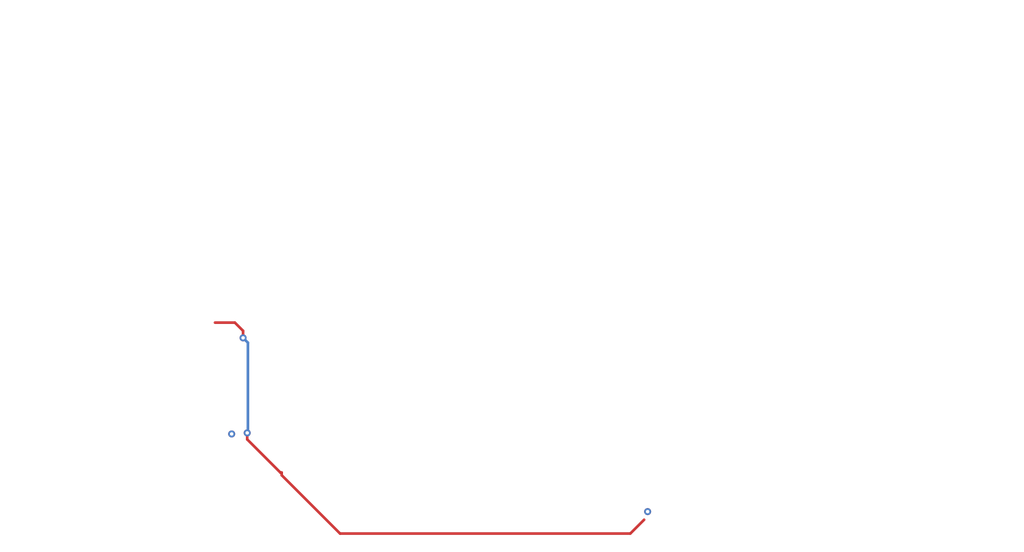
<source format=kicad_pcb>
(kicad_pcb
	(version 20240108)
	(generator "pcbnew")
	(generator_version "8.0")
	(general
		(thickness 1.765)
		(legacy_teardrops no)
	)
	(paper "A4")
	(layers
		(0 "F.Cu" signal)
		(1 "In1.Cu" power)
		(2 "In2.Cu" power)
		(31 "B.Cu" signal)
		(34 "B.Paste" user)
		(35 "F.Paste" user)
		(36 "B.SilkS" user "B.Silkscreen")
		(37 "F.SilkS" user "F.Silkscreen")
		(38 "B.Mask" user)
		(39 "F.Mask" user)
		(41 "Cmts.User" user "User.Comments")
		(44 "Edge.Cuts" user)
		(45 "Margin" user)
		(46 "B.CrtYd" user "B.Courtyard")
		(47 "F.CrtYd" user "F.Courtyard")
	)
	(setup
		(stackup
			(layer "F.SilkS"
				(type "Top Silk Screen")
			)
			(layer "F.Paste"
				(type "Top Solder Paste")
			)
			(layer "F.Mask"
				(type "Top Solder Mask")
				(thickness 0.01)
			)
			(layer "F.Cu"
				(type "copper")
				(thickness 0.035)
			)
			(layer "dielectric 1"
				(type "prepreg")
				(thickness 0.2)
				(material "FR4")
				(epsilon_r 4.5)
				(loss_tangent 0.02)
			)
			(layer "In1.Cu"
				(type "copper")
				(thickness 0.0175)
			)
			(layer "dielectric 2"
				(type "core")
				(thickness 1.24)
				(material "FR4")
				(epsilon_r 4.5)
				(loss_tangent 0.02)
			)
			(layer "In2.Cu"
				(type "copper")
				(thickness 0.0175)
			)
			(layer "dielectric 3"
				(type "prepreg")
				(thickness 0.2)
				(material "FR4")
				(epsilon_r 4.5)
				(loss_tangent 0.02)
			)
			(layer "B.Cu"
				(type "copper")
				(thickness 0.035)
			)
			(layer "B.Mask"
				(type "Bottom Solder Mask")
				(thickness 0.01)
			)
			(layer "B.Paste"
				(type "Bottom Solder Paste")
			)
			(layer "B.SilkS"
				(type "Bottom Silk Screen")
			)
			(copper_finish "None")
			(dielectric_constraints no)
		)
		(pad_to_mask_clearance 0.038)
		(solder_mask_min_width 0.1)
		(allow_soldermask_bridges_in_footprints no)
		(grid_origin 59.2 128.9)
		(pcbplotparams
			(layerselection 0x00010fc_ffffffff)
			(plot_on_all_layers_selection 0x0000000_00000000)
			(disableapertmacros no)
			(usegerberextensions yes)
			(usegerberattributes no)
			(usegerberadvancedattributes no)
			(creategerberjobfile no)
			(dashed_line_dash_ratio 12.000000)
			(dashed_line_gap_ratio 3.000000)
			(svgprecision 4)
			(plotframeref no)
			(viasonmask no)
			(mode 1)
			(useauxorigin no)
			(hpglpennumber 1)
			(hpglpenspeed 20)
			(hpglpendiameter 15.000000)
			(pdf_front_fp_property_popups yes)
			(pdf_back_fp_property_popups yes)
			(dxfpolygonmode yes)
			(dxfimperialunits yes)
			(dxfusepcbnewfont yes)
			(psnegative no)
			(psa4output no)
			(plotreference yes)
			(plotvalue no)
			(plotfptext yes)
			(plotinvisibletext no)
			(sketchpadsonfab no)
			(subtractmaskfromsilk yes)
			(outputformat 1)
			(mirror no)
			(drillshape 0)
			(scaleselection 1)
			(outputdirectory "../jlcpcb/")
		)
	)
	(net 0 "")
	(net 1 "GND")
	(net 2 "PhaseU_DIV")
	(via
		(at 63.8 128.05)
		(size 0.8)
		(drill 0.4)
		(layers "F.Cu" "B.Cu")
		(net 1)
		(uuid "b2c10b26-a36e-4165-942b-bdb84a3fb6e5")
	)
	(via
		(at 111.2 136.9)
		(size 0.8)
		(drill 0.4)
		(layers "F.Cu" "B.Cu")
		(net 1)
		(uuid "e8a2bec9-c3dd-4c1d-8e07-b945f12a499b")
	)
	(segment
		(start 69.35 132.45)
		(end 65.569669 128.669669)
		(width 0.3)
		(layer "F.Cu")
		(net 2)
		(uuid "00830e08-066c-44f9-a041-64f63976af05")
	)
	(segment
		(start 65.1 116.3)
		(end 64.1625 115.3625)
		(width 0.3)
		(layer "F.Cu")
		(net 2)
		(uuid "1480dacd-48ba-4842-9f81-fe3714afb774")
	)
	(segment
		(start 65.569669 128.669669)
		(end 65.569669 127.930331)
		(width 0.3)
		(layer "F.Cu")
		(net 2)
		(uuid "6cb2e892-f2c6-442b-a21d-74ae486cc136")
	)
	(segment
		(start 65.1 117.1)
		(end 65.1 116.3)
		(width 0.3)
		(layer "F.Cu")
		(net 2)
		(uuid "885079aa-5a1d-4781-8f11-fed42b4932eb")
	)
	(segment
		(start 64.1625 115.3625)
		(end 61.9 115.3625)
		(width 0.3)
		(layer "F.Cu")
		(net 2)
		(uuid "93657602-1f6d-4ed7-9da3-34bbe1a58060")
	)
	(segment
		(start 69.5 132.45)
		(end 69.35 132.45)
		(width 0.3)
		(layer "F.Cu")
		(net 2)
		(uuid "c714a6d5-85d6-4af5-8ecc-095578558752")
	)
	(segment
		(start 110.8 137.825)
		(end 109.225 139.4)
		(width 0.3)
		(layer "F.Cu")
		(net 2)
		(uuid "d5cfc129-13f1-472f-9431-4f33c46b9332")
	)
	(segment
		(start 109.225 139.4)
		(end 76.15 139.4)
		(width 0.3)
		(layer "F.Cu")
		(net 2)
		(uuid "df311ef4-5e4f-4262-bbb8-d8fbb72c6d44")
	)
	(segment
		(start 69.5 132.75)
		(end 69.5 132.45)
		(width 0.3)
		(layer "F.Cu")
		(net 2)
		(uuid "e6c99354-6bd9-41eb-9d00-cda18d568fad")
	)
	(segment
		(start 76.15 139.4)
		(end 69.5 132.75)
		(width 0.3)
		(layer "F.Cu")
		(net 2)
		(uuid "fe712344-f3ed-457e-b3c5-1b720aff0cdd")
	)
	(via
		(at 65.1 117.1)
		(size 0.8)
		(drill 0.4)
		(layers "F.Cu" "B.Cu")
		(net 2)
		(uuid "a37515c1-29e5-4406-ba3d-770d564675f7")
	)
	(via
		(at 65.569669 127.930331)
		(size 0.8)
		(drill 0.4)
		(layers "F.Cu" "B.Cu")
		(net 2)
		(uuid "c426c573-5d49-48c3-a122-697b0f1903ad")
	)
	(segment
		(start 65.1 117.1)
		(end 65.65 117.65)
		(width 0.3)
		(layer "B.Cu")
		(net 2)
		(uuid "728b8482-1927-4849-a707-1a6672d648ee")
	)
	(segment
		(start 65.65 117.65)
		(end 65.65 127.85)
		(width 0.3)
		(layer "B.Cu")
		(net 2)
		(uuid "947f6db7-d386-420e-ac8f-aa2af0595767")
	)
	(segment
		(start 65.65 127.85)
		(end 65.569669 127.930331)
		(width 0.3)
		(layer "B.Cu")
		(net 2)
		(uuid "b7a92e33-66a1-4477-8d14-5412cb5d0d1b")
	)
	(zone
		(net 1)
		(net_name "GND")
		(layer "In1.Cu")
		(uuid "d8d724d5-f5b9-45f9-84ca-82e5034a4435")
		(hatch edge 0.5)
		(priority 1)
		(connect_pads
			(clearance 0.254)
		)
		(min_thickness 0.25)
		(filled_areas_thickness no)
		(fill yes
			(thermal_gap 0.5)
			(thermal_bridge_width 0.5)
		)
		(polygon
			(pts
				(xy 88.1 78.6) (xy 37.9 78.6) (xy 37.7 141.5) (xy 154.1 140.8) (xy 153.7 79.8)
			)
		)
		(filled_polygon
			(layer "In1.Cu")
			(pts
				(xy 88.101148 78.600021) (xy 153.579066 79.797787) (xy 153.645732 79.818694) (xy 153.690514 79.872326)
				(xy 153.700793 79.920953) (xy 154.099186 140.675935) (xy 154.079942 140.743102) (xy 154.027439 140.789202)
				(xy 153.975935 140.800746) (xy 37.825142 141.499247) (xy 37.757985 141.479966) (xy 37.711913 141.427438)
				(xy 37.700397 141.374859) (xy 37.743146 127.93033) (xy 64.910362 127.93033) (xy 64.910362 127.930331)
				(xy 64.929519 128.088112) (xy 64.970096 128.195104) (xy 64.985882 128.236726) (xy 65.076171 128.367532)
				(xy 65.076173 128.367534) (xy 65.076175 128.367536) (xy 65.195138 128.472929) (xy 65.19514 128.47293)
				(xy 65.335876 128.546794) (xy 65.413037 128.565812) (xy 65.490197 128.584831) (xy 65.490198 128.584831)
				(xy 65.649141 128.584831) (xy 65.70058 128.572152) (xy 65.803462 128.546794) (xy 65.944198 128.47293)
				(xy 66.063167 128.367532) (xy 66.153456 128.236726) (xy 66.209818 128.088113) (xy 66.228976 127.930331)
				(xy 66.209818 127.772549) (xy 66.153456 127.623936) (xy 66.063167 127.49313) (xy 66.063164 127.493127)
				(xy 66.063162 127.493125) (xy 65.944199 127.387732) (xy 65.80346 127.313867) (xy 65.649141 127.275831)
				(xy 65.64914 127.275831) (xy 65.490198 127.275831) (xy 65.490197 127.275831) (xy 65.335877 127.313867)
				(xy 65.195138 127.387732) (xy 65.076175 127.493125) (xy 65.076169 127.493132) (xy 64.985883 127.623933)
				(xy 64.929519 127.772549) (xy 64.910362 127.93033) (xy 37.743146 127.93033) (xy 37.777583 117.099999)
				(xy 64.440693 117.099999) (xy 64.440693 117.1) (xy 64.45985 117.257781) (xy 64.500427 117.364773)
				(xy 64.516213 117.406395) (xy 64.606502 117.537201) (xy 64.606504 117.537203) (xy 64.606506 117.537205)
				(xy 64.725469 117.642598) (xy 64.725471 117.642599) (xy 64.866207 117.716463) (xy 64.943368 117.735481)
				(xy 65.020528 117.7545) (xy 65.020529 117.7545) (xy 65.179472 117.7545) (xy 65.230911 117.741821)
				(xy 65.333793 117.716463) (xy 65.474529 117.642599) (xy 65.593498 117.537201) (xy 65.683787 117.406395)
				(xy 65.740149 117.257782) (xy 65.759307 117.1) (xy 65.740149 116.942218) (xy 65.683787 116.793605)
				(xy 65.593498 116.662799) (xy 65.593495 116.662796) (xy 65.593493 116.662794) (xy 65.47453 116.557401)
				(xy 65.333791 116.483536) (xy 65.179472 116.4455) (xy 65.179471 116.4455) (xy 65.020529 116.4455)
				(xy 65.020528 116.4455) (xy 64.866208 116.483536) (xy 64.725469 116.557401) (xy 64.606506 116.662794)
				(xy 64.6065 116.662801) (xy 64.516214 116.793602) (xy 64.45985 116.942218) (xy 64.440693 117.099999)
				(xy 37.777583 117.099999) (xy 37.899607 78.723606) (xy 37.919504 78.656629) (xy 37.972453 78.611042)
				(xy 38.023606 78.6) (xy 88.09888 78.6)
			)
		)
	)
	(zone
		(net 1)
		(net_name "GND")
		(layer "In2.Cu")
		(uuid "38d7fc24-e734-42d3-b2ed-4224f5f37e8e")
		(hatch edge 0.5)
		(connect_pads
			(clearance 0.254)
		)
		(min_thickness 0.25)
		(filled_areas_thickness no)
		(fill yes
			(thermal_gap 0.5)
			(thermal_bridge_width 0.5)
		)
		(polygon
			(pts
				(xy 98 79) (xy 37.8 79.1) (xy 37.4 141.3) (xy 153.9 140.9) (xy 154.1 79.4)
			)
		)
		(filled_polygon
			(layer "In2.Cu")
			(pts
				(xy 98.000341 79.000002) (xy 153.976484 79.399119) (xy 154.043381 79.419281) (xy 154.088758 79.47241)
				(xy 154.099598 79.523519) (xy 153.9004 140.776826) (xy 153.880498 140.843801) (xy 153.827545 140.889384)
				(xy 153.776827 140.900422) (xy 37.525228 141.29957) (xy 37.458121 141.280116) (xy 37.412185 141.227469)
				(xy 37.400805 141.174774) (xy 37.40257 140.900422) (xy 37.485979 127.93033) (xy 64.910362 127.93033)
				(xy 64.910362 127.930331) (xy 64.929519 128.088112) (xy 64.970096 128.195104) (xy 64.985882 128.236726)
				(xy 65.076171 128.367532) (xy 65.076173 128.367534) (xy 65.076175 128.367536) (xy 65.195138 128.472929)
				(xy 65.19514 128.47293) (xy 65.335876 128.546794) (xy 65.413037 128.565812) (xy 65.490197 128.584831)
				(xy 65.490198 128.584831) (xy 65.649141 128.584831) (xy 65.70058 128.572152) (xy 65.803462 128.546794)
				(xy 65.944198 128.47293) (xy 66.063167 128.367532) (xy 66.153456 128.236726) (xy 66.209818 128.088113)
				(xy 66.228976 127.930331) (xy 66.209818 127.772549) (xy 66.153456 127.623936) (xy 66.063167 127.49313)
				(xy 66.063164 127.493127) (xy 66.063162 127.493125) (xy 65.944199 127.387732) (xy 65.80346 127.313867)
				(xy 65.649141 127.275831) (xy 65.64914 127.275831) (xy 65.490198 127.275831) (xy 65.490197 127.275831)
				(xy 65.335877 127.313867) (xy 65.195138 127.387732) (xy 65.076175 127.493125) (xy 65.076169 127.493132)
				(xy 64.985883 127.623933) (xy 64.929519 127.772549) (xy 64.910362 127.93033) (xy 37.485979 127.93033)
				(xy 37.555627 117.099999) (xy 64.440693 117.099999) (xy 64.440693 117.1) (xy 64.45985 117.257781)
				(xy 64.500427 117.364773) (xy 64.516213 117.406395) (xy 64.606502 117.537201) (xy 64.606504 117.537203)
				(xy 64.606506 117.537205) (xy 64.725469 117.642598) (xy 64.725471 117.642599) (xy 64.866207 117.716463)
				(xy 64.943368 117.735481) (xy 65.020528 117.7545) (xy 65.020529 117.7545) (xy 65.179472 117.7545)
				(xy 65.230911 117.741821) (xy 65.333793 117.716463) (xy 65.474529 117.642599) (xy 65.593498 117.537201)
				(xy 65.683787 117.406395) (xy 65.740149 117.257782) (xy 65.759307 117.1) (xy 65.740149 116.942218)
				(xy 65.683787 116.793605) (xy 65.593498 116.662799) (xy 65.593495 116.662796) (xy 65.593493 116.662794)
				(xy 65.47453 116.557401) (xy 65.333791 116.483536) (xy 65.179472 116.4455) (xy 65.179471 116.4455)
				(xy 65.020529 116.4455) (xy 65.020528 116.4455) (xy 64.866208 116.483536) (xy 64.725469 116.557401)
				(xy 64.606506 116.662794) (xy 64.6065 116.662801) (xy 64.516214 116.793602) (xy 64.45985 116.942218)
				(xy 64.440693 117.099999) (xy 37.555627 117.099999) (xy 37.799209 79.222997) (xy 37.819324 79.156086)
				(xy 37.872421 79.110672) (xy 37.922996 79.099795) (xy 97.999661 79)
			)
		)
	)
)

</source>
